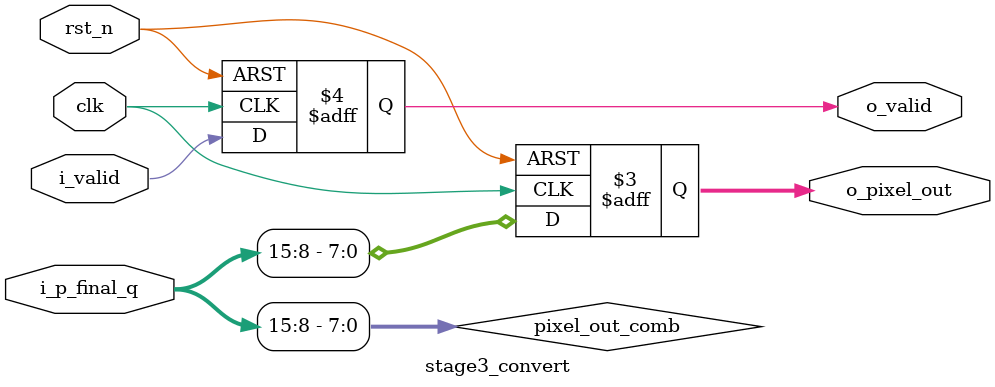
<source format=sv>
/*
 * Etapa 3 del Pipeline: Conversion de Formato
 * - Convierte el resultado Q8.8 a Entero de 8 bits (UInt8).
 * - Registra la salida final.
 */
 
module stage3_convert (
	input logic clk,
	input logic rst_n,

	// Entradas desde la Etapa 2
	input logic [15:0] i_p_final_q, // Q8.8
	input logic        i_valid,

	// Salidas finales del pipeline
	output logic [7:0] o_pixel_out,
	output logic       o_valid
	);

	// Logica combinacional de la Etapa 3
	// Truncamiento: toma la parte entera [15:8]
	logic [7:0] pixel_out_comb;
	assign pixel_out_comb = i_p_final_q[15:8];

	// Registros de salida de la Etapa 3
	always_ff @(posedge clk or negedge rst_n) begin
		if (!rst_n) begin
			o_pixel_out <= '0;
			o_valid     <= '0;
		end else begin
			o_pixel_out <= pixel_out_comb;
			o_valid     <= i_valid;
		end
	end

endmodule

</source>
